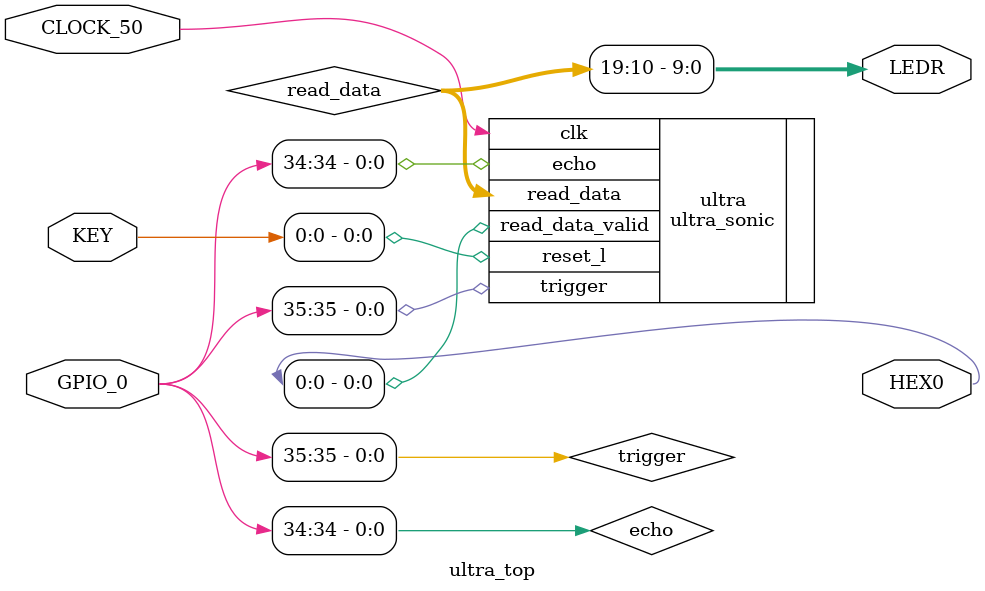
<source format=sv>
`default_nettype none
module ultra_top(
		GPIO_0, KEY, CLOCK_50, LEDR, HEX0
	);

	input logic CLOCK_50;
	input logic [3:0] KEY;
	inout logic [35:0] GPIO_0;
	output logic [9:0] LEDR;
	output logic [8:0] HEX0;

	logic trigger, echo;
	logic [31:0] read_data;

	ultra_sonic ultra(
			.clk(CLOCK_50),
			.reset_l(KEY[0]),
			.read_data(read_data),
			.read_data_valid(HEX0[0]),
			.echo(echo),
			.trigger(trigger)
		);
	
	assign echo = GPIO_0[34];
	assign GPIO_0[35] = trigger;
	
	assign LEDR = read_data >> 10;
	
	

endmodule

</source>
